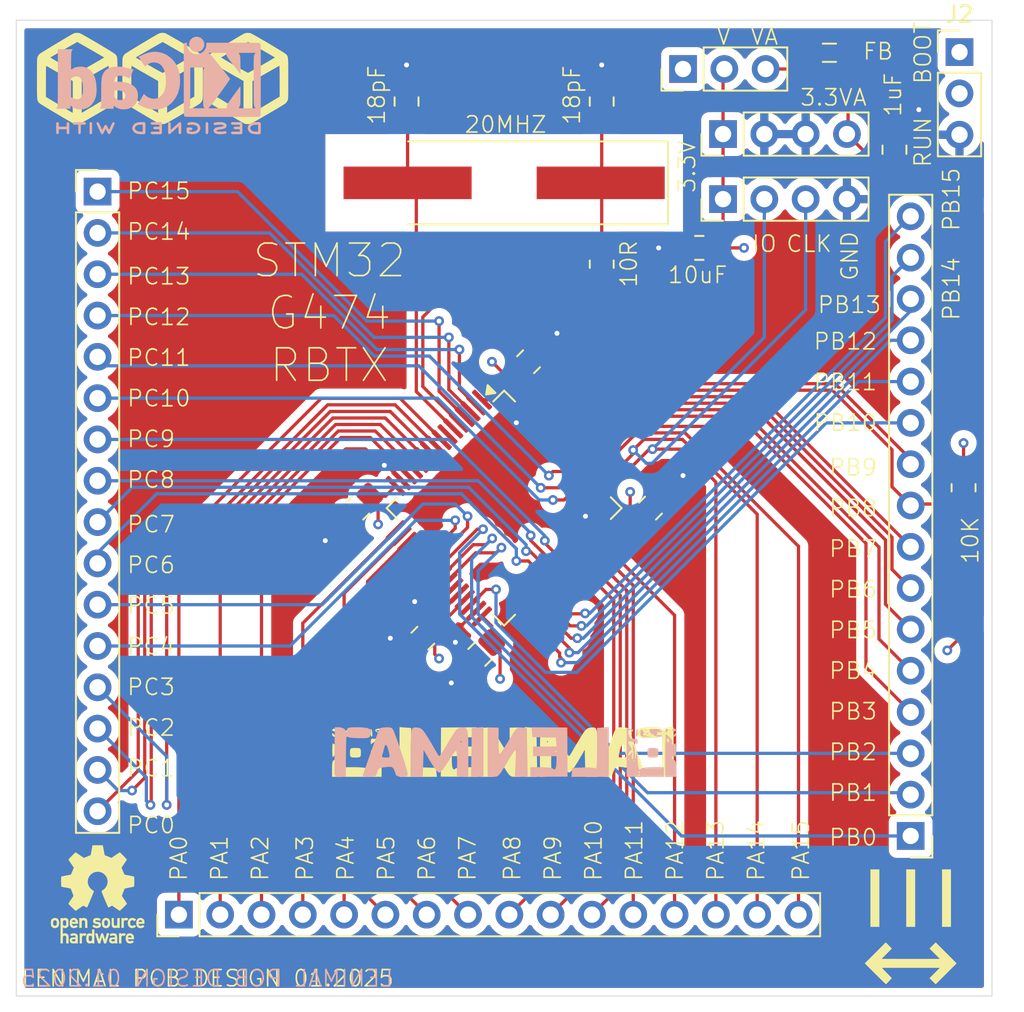
<source format=kicad_pcb>
(kicad_pcb (version 20241229) (generator "pcbnew") (generator_version "9.0")
  (layers (0 "F.Cu" signal) (4 "In1.Cu" signal) (6 "In2.Cu" signal) (2 "B.Cu" signal) (13 "F.Paste" user) (15 "B.Paste" user) (5 "F.SilkS" user "F.Silkscreen") (7 "B.SilkS" user "B.Silkscreen") (1 "F.Mask" user) (3 "B.Mask" user) (25 "Edge.Cuts" user))
  (net 0 "")
  (net 1 "+3.3V")
  (net 2 "GNDREF")
  (net 3 "+3.3VA")
  (net 4 "Net-(C9-Pad1)")
  (net 5 "/HSC_OUT")
  (net 6 "Net-(J7-Pin_3)")
  (net 7 "/SWD_IO")
  (net 8 "/SWD_CLK")
  (net 9 "Net-(J2-Pin_2)")
  (net 11 "/HSC_IN")
  (net 12 "/BOOT0")
  (net 13 "Net-(J5-Pin_10)")
  (net 14 "Net-(J5-Pin_14)")
  (net 15 "Net-(J3-Pin_8)")
  (net 16 "Net-(J3-Pin_6)")
  (net 17 "Net-(J4-Pin_7)")
  (net 18 "Net-(J3-Pin_11)")
  (net 19 "Net-(J3-Pin_10)")
  (net 20 "Net-(J4-Pin_5)")
  (net 21 "Net-(J5-Pin_16)")
  (net 22 "Net-(J3-Pin_7)")
  (net 23 "Net-(J5-Pin_7)")
  (net 24 "Net-(J3-Pin_16)")
  (net 25 "Net-(J4-Pin_10)")
  (net 26 "Net-(J3-Pin_2)")
  (net 27 "Net-(J5-Pin_12)")
  (net 28 "Net-(J5-Pin_4)")
  (net 29 "Net-(J3-Pin_15)")
  (net 30 "Net-(J3-Pin_14)")
  (net 31 "Net-(J4-Pin_2)")
  (net 32 "Net-(J4-Pin_3)")
  (net 33 "Net-(J4-Pin_6)")
  (net 34 "Net-(J5-Pin_15)")
  (net 35 "Net-(J3-Pin_12)")
  (net 36 "Net-(J4-Pin_1)")
  (net 37 "Net-(J3-Pin_3)")
  (net 38 "Net-(J5-Pin_5)")
  (net 39 "Net-(J3-Pin_9)")
  (net 40 "Net-(J5-Pin_2)")
  (net 42 "Net-(J3-Pin_4)")
  (net 43 "Net-(J4-Pin_11)")
  (net 44 "Net-(J5-Pin_1)")
  (net 45 "Net-(J4-Pin_13)")
  (net 46 "Net-(J4-Pin_4)")
  (net 47 "Net-(J4-Pin_9)")
  (net 48 "Net-(J5-Pin_11)")
  (net 49 "Net-(J5-Pin_6)")
  (net 50 "Net-(J5-Pin_13)")
  (net 51 "Net-(J3-Pin_1)")
  (net 52 "Net-(J5-Pin_3)")
  (net 53 "Net-(J5-Pin_8)")
  (net 54 "Net-(J4-Pin_8)")
  (net 55 "Net-(J4-Pin_16)")
  (net 57 "Net-(J4-Pin_12)")
  (net 58 "Net-(J3-Pin_13)")
  (net 59 "Net-(J3-Pin_5)")
  (footprint "Capacitor_SMD:C_0805_2012Metric_Pad1.18x1.45mm_HandSolder" (layer "F.Cu") (at 74 55 90)
    (property "Reference" "C11" (hide yes))
    (property "Value" "10pF")
  )
  (footprint "Connector_PinHeader_2.54mm:PinHeader_1x16_P2.54mm_Vertical" (layer "F.Cu") (at 60 105 90)
    (property "Reference" "J4" (hide yes))
    (property "Value" "Conn_01x16")
  )
  (footprint "Capacitor_SMD:C_0805_2012Metric_Pad1.18x1.45mm_HandSolder" (layer "F.Cu") (at 75 88 45)
    (property "Reference" "C6" (hide yes))
    (property "Value" "100nF")
  )
  (footprint "Connector_PinHeader_2.54mm:PinHeader_1x03_P2.54mm_Vertical" (layer "F.Cu") (at 91 53 90)
    (property "Reference" "J7" (hide yes))
    (property "Value" "V_VA_CONN")
  )
  (footprint "Connector_PinHeader_2.54mm:PinHeader_1x04_P2.54mm_Vertical" (layer "F.Cu") (at 93.46 61 90)
    (property "Reference" "J1" (hide yes))
    (property "Value" "SWD")
  )
  (footprint "synth-gfx:reverb" (layer "F.Cu") (at 53.75 53.5)
    (property "Reference" "G***")
    (property "Value" "LOGO" (hide yes))
  )
  (footprint "synth-gfx:reverb" (layer "F.Cu") (at 59 53.5)
    (property "Reference" "G***")
    (property "Value" "LOGO" (hide yes))
  )
  (footprint "Inductor_SMD:L_0805_2012Metric_Pad1.05x1.20mm_HandSolder" (layer "F.Cu") (at 100 52 180)
    (property "Reference" "FB" (hide yes))
    (property "Value" "120R")
  )
  (footprint "Capacitor_SMD:C_0805_2012Metric_Pad1.18x1.45mm_HandSolder" (layer "F.Cu") (at 86 55 90)
    (property "Reference" "C9" (hide yes))
    (property "Value" "10pF")
  )
  (footprint "Symbol:OSHW-Logo_5.7x6mm_SilkScreen" (layer "F.Cu") (at 55 103.75)
    (property "Reference" "REF**" (hide yes))
    (property "Value" "OSHW-Logo_5.7x6mm_SilkScreen" (hide yes))
  )
  (footprint "synth-gfx:spacing" (layer "F.Cu") (at 105 105.75)
    (property "Reference" "G***")
    (property "Value" "LOGO" (hide yes))
  )
  (footprint "Resistor_SMD:R_0805_2012Metric_Pad1.20x1.40mm_HandSolder" (layer "F.Cu") (at 108.25 78.75 -90)
    (property "Reference" "R3" (hide yes))
    (property "Value" "10K")
  )
  (footprint "Connector_PinHeader_2.54mm:PinHeader_1x16_P2.54mm_Vertical" (layer "F.Cu") (at 55 60.538819)
    (property "Reference" "J3" (hide yes))
    (property "Value" "Conn_01x16")
  )
  (footprint "Capacitor_SMD:C_0805_2012Metric_Pad1.18x1.45mm_HandSolder" (layer "F.Cu") (at 78.5 89 45)
    (property "Reference" "C2" (hide yes))
    (property "Value" "100nF")
  )
  (footprint "Synth:lenimal_logo_full" (layer "F.Cu") (at 80 95)
    (property "Reference" "G***" (hide yes))
    (property "Value" "LOGO" (hide yes))
  )
  (footprint "Connector_PinHeader_2.54mm:PinHeader_1x03_P2.54mm_Vertical" (layer "F.Cu") (at 108 51.96)
    (property "Reference" "J2")
    (property "Value" "BOOT_RUN")
  )
  (footprint "Resistor_SMD:R_0805_2012Metric_Pad1.20x1.40mm_HandSolder" (layer "F.Cu") (at 86 65 -90)
    (property "Reference" "R2" (hide yes))
    (property "Value" "10R")
  )
  (footprint "Capacitor_SMD:C_0805_2012Metric_Pad1.18x1.45mm_HandSolder" (layer "F.Cu") (at 71 80 45)
    (property "Reference" "C1" (hide yes))
    (property "Value" "100nF")
  )
  (footprint "Capacitor_SMD:C_0805_2012Metric_Pad1.18x1.45mm_HandSolder" (layer "F.Cu") (at 89 80 -135)
    (property "Reference" "C3" (hide yes))
    (property "Value" "100nF")
  )
  (footprint "Connector_PinHeader_2.54mm:PinHeader_1x16_P2.54mm_Vertical" (layer "F.Cu") (at 105 100.16 180)
    (property "Reference" "J5" (hide yes))
    (property "Value" "Conn_01x16")
  )
  (footprint "Capacitor_SMD:C_0805_2012Metric_Pad1.18x1.45mm_HandSolder" (layer "F.Cu") (at 104 57.9625 -90)
    (property "Reference" "C7" (hide yes))
    (property "Value" "1uF")
  )
  (footprint "Capacitor_SMD:C_0805_2012Metric_Pad1.18x1.45mm_HandSolder" (layer "F.Cu") (at 92 64)
    (property "Reference" "C5" (hide yes))
    (property "Value" "10uF")
  )
  (footprint "Connector_PinHeader_2.54mm:PinHeader_1x04_P2.54mm_Vertical" (layer "F.Cu") (at 93.46 57 90)
    (property "Reference" "J6" (hide yes))
    (property "Value" "POWER_HEADER")
  )
  (footprint "Package_QFP:LQFP-64_10x10mm_P0.5mm" (layer "F.Cu") (at 80 80 -45)
    (property "Reference" "U1" (hide yes))
    (property "Value" "STM32G474RBTx")
  )
  (footprint "Crystal:Crystal_SMD_HC49-SD_HandSoldering" (layer "F.Cu") (at 80 60 180)
    (property "Reference" "Y1" (hide yes))
    (property "Value" "20MHZ")
  )
  (footprint "synth-gfx:reverb" (layer "F.Cu") (at 64.25 53.5)
    (property "Reference" "G***")
    (property "Value" "LOGO" (hide yes))
  )
  (footprint "Capacitor_SMD:C_0805_2012Metric_Pad1.18x1.45mm_HandSolder" (layer "F.Cu") (at 81.5 71 -135)
    (property "Reference" "C4" (hide yes))
    (property "Value" "100nF")
  )
  (footprint "Symbol:KiCad-Logo2_5mm_SilkScreen" (layer "B.Cu") (at 58.75 54 180)
    (property "Reference" "REF**" (hide yes))
    (property "Value" "KiCad-Logo2_5mm_SilkScreen" (hide yes))
  )
  (footprint "Synth:lenimal_logo_full" (layer "B.Cu") (at 80 95 180)
    (property "Reference" "G***" (hide yes))
    (property "Value" "LOGO" (hide yes))
  )
  (gr_rect (start 50 50) (end 110 110) (stroke (width 0.05)) (fill no) (layer "Edge.Cuts"))
  (gr_text "V" (at 93.5 51 0) (layer "F.SilkS") (effects (font (size 1 1) (thickness 0.1))))
  (gr_text "PB4" (at 103 90 0) (layer "F.SilkS") (effects (font (size 1 1) (thickness 0.1)) (justify right)))
  (gr_text "PA7" (at 77.75 103 90) (layer "F.SilkS") (effects (font (size 1 1) (thickness 0.1)) (justify left)))
  (gr_text "PC15" (at 56.75 60.5 0) (layer "F.SilkS") (effects (font (size 1 1) (thickness 0.1)) (justify left)))
  (gr_text "FB" (at 102 52.5 0) (layer "F.SilkS") (effects (font (size 1 1) (thickness 0.1)) (justify left bottom)))
  (gr_text "PC5" (at 56.75 86 0) (layer "F.SilkS") (effects (font (size 1 1) (thickness 0.1)) (justify left)))
  (gr_text "PC0" (at 56.75 99.5 0) (layer "F.SilkS") (effects (font (size 1 1) (thickness 0.1)) (justify left)))
  (gr_text "PC6" (at 56.75 83.5 0) (layer "F.SilkS") (effects (font (size 1 1) (thickness 0.1)) (justify left)))
  (gr_text "PB1" (at 103 97.5 0) (layer "F.SilkS") (effects (font (size 1 1) (thickness 0.1)) (justify right)))
  (gr_text "PC1" (at 56.75 96 0) (layer "F.SilkS") (effects (font (size 1 1) (thickness 0.1)) (justify left)))
  (gr_text "20MHZ" (at 77.5 57 0) (layer "F.SilkS") (effects (font (size 1 1) (thickness 0.1)) (justify left bottom)))
  (gr_text "10K" (at 109.25 83.5 90) (layer "F.SilkS") (effects (font (size 1 1) (thickness 0.1)) (justify left bottom)))
  (gr_text "PC9" (at 56.75 75.75 0) (layer "F.SilkS") (effects (font (size 1 1) (thickness 0.1)) (justify left)))
  (gr_text "PB2" (at 103 95 0) (layer "F.SilkS") (effects (font (size 1 1) (thickness 0.1)) (justify right)))
  (gr_text "PB3" (at 103 92.5 0) (layer "F.SilkS") (effects (font (size 1 1) (thickness 0.1)) (justify right)))
  (gr_text "PA0" (at 60 103 90) (layer "F.SilkS") (effects (font (size 1 1) (thickness 0.1)) (justify left)))
  (gr_text "PC4" (at 56.75 88.5 0) (layer "F.SilkS") (effects (font (size 1 1) (thickness 0.1)) (justify left)))
  (gr_text "PB6" (at 103 85 0) (layer "F.SilkS") (effects (font (size 1 1) (thickness 0.1)) (justify right)))
  (gr_text "PC8" (at 56.75 78.25 0) (layer "F.SilkS") (effects (font (size 1 1) (thickness 0.1)) (justify left)))
  (gr_text "PB0" (at 103 100.25 0) (layer "F.SilkS") (effects (font (size 1 1) (thickness 0.1)) (justify right)))
  (gr_text "GND" (at 101.25 64.5 90) (layer "F.SilkS") (effects (font (size 1 1) (thickness 0.1))))
  (gr_text "PA9" (at 83 103 90) (layer "F.SilkS") (effects (font (size 1 1) (thickness 0.1)) (justify left)))
  (gr_text "PB8" (at 103 80 0) (layer "F.SilkS") (effects (font (size 1 1) (thickness 0.1)) (justify right)))
  (gr_text "PC10" (at 56.75 73.25 0) (layer "F.SilkS") (effects (font (size 1 1) (thickness 0.1)) (justify left)))
  (gr_text "1uF" (at 104.5 56 90) (layer "F.SilkS") (effects (font (size 1 1) (thickness 0.1)) (justify left bottom)))
  (gr_text "PC13" (at 56.75 65.75 0) (layer "F.SilkS") (effects (font (size 1 1) (thickness 0.1)) (justify left)))
  (gr_text "PA1" (at 62.5 103 90) (layer "F.SilkS") (effects (font (size 1 1) (thickness 0.1)) (justify left)))
  (gr_text "STM32\nG474\nRBTX" (at 69.25 68 0) (layer "F.SilkS") (effects (font (size 2 2) (thickness 0.1))))
  (gr_text "18pF" (at 84.75 56.5 90) (layer "F.SilkS") (effects (font (size 1 1) (thickness 0.1)) (justify left bottom)))
  (gr_text "VA" (at 96 51 0) (layer "F.SilkS") (effects (font (size 1 1) (thickness 0.1))))
  (gr_text "PC12" (at 56.75 68.25 0) (layer "F.SilkS") (effects (font (size 1 1) (thickness 0.1)) (justify left)))
  (gr_text "PA13" (at 93 103 90) (layer "F.SilkS") (effects (font (size 1 1) (thickness 0.1)) (justify left)))
  (gr_text "PA6" (at 75.25 103 90) (layer "F.SilkS") (effects (font (size 1 1) (thickness 0.1)) (justify left)))
  (gr_text "PA11" (at 88 103 90) (layer "F.SilkS") (effects (font (size 1 1) (thickness 0.1)) (justify left)))
  (gr_text "PA3" (at 67.75 103 90) (layer "F.SilkS") (effects (font (size 1 1) (thickness 0.1)) (justify left)))
  (gr_text "PC2" (at 56.75 93.5 0) (layer "F.SilkS") (effects (font (size 1 1) (thickness 0.1)) (justify left)))
  (gr_text "PB5" (at 103 87.5 0) (layer "F.SilkS") (effects (font (size 1 1) (thickness 0.1)) (justify right)))
  (gr_text "PB9" (at 103 77.5 0) (layer "F.SilkS") (effects (font (size 1 1) (thickness 0.1)) (justify right)))
  (gr_text "3.3V" (at 91.25 59 90) (layer "F.SilkS") (effects (font (size 1 1) (thickness 0.1))))
  (gr_text "PB11" (at 103 72.25 0) (layer "F.SilkS") (effects (font (size 1 1) (thickness 0.1)) (justify right)))
  (gr_text "BOOT" (at 105.75 52 90) (layer "F.SilkS") (effects (font (size 1 1) (thickness 0.1))))
  (gr_text "CLK" (at 98.75 63.75 0) (layer "F.SilkS") (effects (font (size 1 1) (thickness 0.1))))
  (gr_text "PC11" (at 56.75 70.75 0) (layer "F.SilkS") (effects (font (size 1 1) (thickness 0.1)) (justify left)))
  (gr_text "PA5" (at 72.75 103 90) (layer "F.SilkS") (effects (font (size 1 1) (thickness 0.1)) (justify left)))
  (gr_text "PB12" (at 103 69.75 0) (layer "F.SilkS") (effects (font (size 1 1) (thickness 0.1)) (justify right)))
  (gr_text "3.3VA" (at 100.25 54.75 0) (layer "F.SilkS") (effects (font (size 1 1) (thickness 0.1))))
  (gr_text "PA14" (at 95.5 103 90) (layer "F.SilkS") (effects (font (size 1 1) (thickness 0.1)) (justify left)))
  (gr_text "RUN" (at 105.75 57.5 90) (layer "F.SilkS") (effects (font (size 1 1) (thickness 0.1))))
  (gr_text "PC7" (at 56.75 81 0) (layer "F.SilkS") (effects (font (size 1 1) (thickness 0.1)) (justify left)))
  (gr_text "PA8" (at 80.5 103 90) (layer "F.SilkS") (effects (font (size 1 1) (thickness 0.1)) (justify left)))
  (gr_text "PB13" (at 103.25 67.5 0) (layer "F.SilkS") (effects (font (size 1 1) (thickness 0.1)) (justify right)))
  (gr_text "PA15" (at 98.25 103 90) (layer "F.SilkS") (effects (font (size 1 1) (thickness 0.1)) (justify left)))
  (gr_text "PB14" (at 107.5 64.5 90) (layer "F.SilkS") (effects (font (size 1 1) (thickness 0.1)) (justify right)))
  (gr_text "PC14" (at 56.75 63 0) (layer "F.SilkS") (effects (font (size 1 1) (thickness 0.1)) (justify left)))
  (gr_text "PB10" (at 103 74.75 0) (layer "F.SilkS") (effects (font (size 1 1) (thickness 0.1)) (justify right)))
  (gr_text "PA10" (at 85.5 103 90) (layer "F.SilkS") (effects (font (size 1 1) (thickness 0.1)) (justify left)))
  (gr_text "18pF" (at 72.75 56.5 90) (layer "F.SilkS") (effects (font (size 1 1) (thickness 0.1)) (justify left bottom)))
  (gr_text "PA2" (at 65 103 90) (layer "F.SilkS") (effects (font (size 1 1) (thickness 0.1)) (justify left)))
  (gr_text "PA12" (at 90.5 103 90) (layer "F.SilkS") (effects (font (size 1 1) (thickness 0.1)) (justify left)))
  (gr_text "10R" (at 88.25 66.5 90) (layer "F.SilkS") (effects (font (size 1 1) (thickness 0.1)) (justify left bottom)))
  (gr_text "PA4" (at 70.25 103 90) (layer "F.SilkS") (effects (font (size 1 1) (thickness 0.1)) (justify left)))
  (gr_text "PB7" (at 103 82.5 0) (layer "F.SilkS") (effects (font (size 1 1) (thickness 0.1)) (justify right)))
  (gr_text "IO" (at 96 63.75 0) (layer "F.SilkS") (effects (font (size 1 1) (thickness 0.1))))
  (gr_text "PB15" (at 107.5 59 90) (layer "F.SilkS") (effects (font (size 1 1) (thickness 0.1)) (justify right)))
  (gr_text "10uF" (at 90 66.25 0) (layer "F.SilkS") (effects (font (size 1 1) (thickness 0.1)) (justify left bottom)))
  (gr_text "LENIMAL PCB DESIGN 01.2025" (at 50.25 109.5 0) (layer "F.SilkS") (effects (font (size 1 1) (thickness 0.1)) (justify left bottom)))
  (gr_text "PC3" (at 56.75 91 0) (layer "F.SilkS") (effects (font (size 1 1) (thickness 0.1)) (justify left)))
  (gr_text "LENIMAL PCB DESIGN 01.2025" (at 73.25 109.5 -0) (layer "B.SilkS") (effects (font (size 1 1) (thickness 0.1)) (justify left bottom mirror)))
  (segment (start 79.983623 71.733623) (end 79.25 71) (width 0.2) (layer "F.Cu") (net 1))
  (segment (start 79.164481 73.335519) (end 78.638819 73.335519) (width 0.2) (layer "F.Cu") (net 1))
  (segment (start 93.46 61) (end 93.46 63.5775) (width 0.2) (layer "F.Cu") (net 1))
  (segment (start 93.46 57) (end 93.46 53.08) (width 0.2) (layer "F.Cu") (net 1))
  (segment (start 72.707961 79.266377) (end 73.335519 78.638819) (width 0.2) (layer "F.Cu") (net 1))
  (segment (start 93.0375 64) (end 94.75 64) (width 0.2) (layer "F.Cu") (net 1))
  (segment (start 80.766377 72.740715) (end 81.361181 73.335519) (width 0.2) (layer "F.Cu") (net 1))
  (segment (start 93.46 57) (end 93.46 61) (width 0.2) (layer "F.Cu") (net 1))
  (segment (start 88.266377 80.733623) (end 87.292039 80.733623) (width 0.2) (layer "F.Cu") (net 1))
  (segment (start 79.233623 87.259285) (end 78.638819 86.664481) (width 0.2) (layer "F.Cu") (net 1))
  (segment (start 79.75 88.782754) (end 79.233623 88.266377) (width 0.2) (layer "F.Cu") (net 1))
  (segment (start 72.25 79.782754) (end 71.733623 79.266377) (width 0.2) (layer "F.Cu") (net 1))
  (segment (start 72.25 81) (end 72.25 79.782754) (width 0.2) (layer "F.Cu") (net 1))
  (segment (start 71.733623 79.266377) (end 72.707961 79.266377) (width 0.2) (layer "F.Cu") (net 1))
  (segment (start 93.46 53.08) (end 93.54 53) (width 0.2) (layer "F.Cu") (net 1))
  (segment (start 79.75 90.5) (end 79.75 88.782754) (width 0.2) (layer "F.Cu") (net 1))
  (segment (start 87.75 79) (end 87.75 80.217246) (width 0.2) (layer "F.Cu") (net 1))
  (segment (start 80.766377 71.733623) (end 79.164481 73.335519) (width 0.2) (layer "F.Cu") (net 1))
  (segment (start 80.766377 71.733623) (end 79.983623 71.733623) (width 0.2) (layer "F.Cu") (net 1))
  (segment (start 80.766377 71.733623) (end 80.766377 72.740715) (width 0.2) (layer "F.Cu") (net 1))
  (segment (start 93.46 63.5775) (end 93.0375 64) (width 0.2) (layer "F.Cu") (net 1))
  (segment (start 87.292039 80.733623) (end 86.664481 81.361181) (width 0.2) (layer "F.Cu") (net 1))
  (segment (start 79.233623 88.266377) (end 79.233623 87.259285) (width 0.2) (layer "F.Cu") (net 1))
  (segment (start 87.75 80.217246) (end 88.266377 80.733623) (width 0.2) (layer "F.Cu") (net 1))
  (via (at 79.25 71) (size 0.6) (drill 0.3) (layers "F.Cu" "B.Cu") (net 1))
  (via (at 79.75 90.5) (size 0.6) (drill 0.3) (layers "F.Cu" "B.Cu") (net 1))
  (via (at 94.75 64) (size 0.6) (drill 0.3) (layers "F.Cu" "B.Cu") (net 1))
  (via (at 72.25 81) (size 0.6) (drill 0.3) (layers "F.Cu" "B.Cu") (net 1))
  (via (at 87.75 79) (size 0.6) (drill 0.3) (layers "F.Cu" "B.Cu") (net 1))
  (segment (start 85 80.5) (end 85.096194 80.5) (width 0.2) (layer "F.Cu") (net 2))
  (segment (start 85.096194 80.5) (end 86.310928 81.714734) (width 0.2) (layer "F.Cu") (net 2))
  (segment (start 74.75 86) (end 75.767766 86) (width 0.2) (layer "F.Cu") (net 2))
  (segment (start 77 87.596194) (end 78.285266 86.310928) (width 0.2) (layer "F.Cu") (net 2))
  (segment (start 75.767766 86) (end 76.871052 84.896714) (width 0.2) (layer "F.Cu") (net 2))
  (segment (start 80.75 74.653806) (end 80.75 74.75) (width 0.2) (layer "F.Cu") (net 2))
  (segment (start 73.689072 78.285266) (end 72.772615 77.368809) (width 0.2) (layer "F.Cu") (net 2))
  (segment (start 77 88.25) (end 77 87.596194) (width 0.2) (layer "F.Cu") (net 2))
  (segment (start 74.5 85.75) (end 74.75 86) (width 0.2) (layer "F.Cu") (net 2))
  (segment (start 72.772615 77.368809) (end 72.631191 77.368809) (width 0.2) (layer "F.Cu") (net 2))
  (segment (start 81.714734 73.689072) (end 80.75 74.653806) (width 0.2) (layer "F.Cu") (net 2))
  (via (at 69 82) (size 0.6) (drill 0.3) (layers "F.Cu" "B.Cu") (net 2))
  (via (at 72.631191 77.368809) (size 0.6) (drill 0.3) (layers "F.Cu" "B.Cu") (net 2))
  (via (at 80.75 74.75) (size 0.6) (drill 0.3) (layers "F.Cu" "B.Cu") (net 2))
  (via (at 86 52.75) (size 0.6) (drill 0.3) (layers "F.Cu" "B.Cu") (net 2))
  (via (at 85 80.5) (size 0.6) (drill 0.3) (layers "F.Cu" "B.Cu") (net 2))
  (via (at 89.5 64) (size 0.6) (drill 0.3) (layers "F.Cu" "B.Cu") (net 2))
  (via (at 76.75 90.75) (size 0.6) (drill 0.3) (layers "F.Cu" "B.Cu") (net 2))
  (via (at 74 52.75) (size 0.6) (drill 0.3) (layers "F.Cu" "B.Cu") (net 2))
  (via (at 77 88.25) (size 0.6) (drill 0.3) (layers "F.Cu" "B.Cu") (net 2))
  (via (at 83.25 69.25) (size 0.6) (drill 0.3) (layers "F.Cu" "B.Cu") (net 2))
  (via (at 74.5 85.75) (size 0.6) (drill 0.3) (layers "F.Cu" "B.Cu") (net 2))
  (via (at 73 88) (size 0.6) (drill 0.3) (layers "F.Cu" "B.Cu") (net 2))
  (via (at 105.5 55.5) (size 0.6) (drill 0.3) (layers "F.Cu" "B.Cu") (net 2))
  (via (at 91 78) (size 0.6) (drill 0.3) (layers "F.Cu" "B.Cu") (net 2))
  (segment (start 77.224606 85.250268) (end 77.224606 85.275394) (width 0.2) (layer "F.Cu") (net 3))
  (segment (start 101.08 57) (end 103.08 59) (width 0.2) (layer "F.Cu") (net 3))
  (segment (start 109.4 61.9) (end 106.5 59) (width 0.2) (layer "F.Cu") (net 3))
  (segment (start 76 89.25) (end 75.733623 88.983623) (width 0.2) (layer "F.Cu") (net 3))
  (segment (start 101.15 56.93) (end 101.08 57) (width 0.2) (layer "F.Cu") (net 3))
  (segment (start 75.983623 87.266377) (end 75.733623 87.266377) (width 0.2) (layer "F.Cu") (net 3))
  (segment (start 77.578159 85.671841) (end 75.983623 87.266377) (width 0.2) (layer "F.Cu") (net 3))
  (segment (start 75.733623 86.766377) (end 75.733623 87.266377) (width 0.2) (layer "F.Cu") (net 3))
  (segment (start 106.5 59) (end 104 59) (width 0.2) (layer "F.Cu") (net 3))
  (segment (start 109.4 86.6) (end 109.4 61.9) (width 0.2) (layer "F.Cu") (net 3))
  (segment (start 77.224606 85.275394) (end 75.733623 86.766377) (width 0.2) (layer "F.Cu") (net 3))
  (segment (start 107.25 88.75) (end 109.4 86.6) (width 0.2) (layer "F.Cu") (net 3))
  (segment (start 75.733623 88.983623) (end 75.733623 87.266377) (width 0.2) (layer "F.Cu") (net 3))
  (segment (start 103.08 59) (end 104 59) (width 0.2) (layer "F.Cu") (net 3))
  (segment (start 77.578159 85.603821) (end 77.578159 85.671841) (width 0.2) (layer "F.Cu") (net 3))
  (segment (start 101.15 52) (end 101.15 56.93) (width 0.2) (layer "F.Cu") (net 3))
  (via (at 76 89.25) (size 0.6) (drill 0.3) (layers "F.Cu" "B.Cu") (net 3))
  (via (at 107.25 88.75) (size 0.6) (drill 0.3) (layers "F.Cu" "B.Cu") (net 3))
  (segment (start 86 64) (end 86 60.0625) (width 0.2) (layer "F.Cu") (net 4))
  (segment (start 86 56.0375) (end 86 59.9375) (width 0.2) (layer "F.Cu") (net 4))
  (segment (start 86 60.0625) (end 85.9375 60) (width 0.2) (layer "F.Cu") (net 4))
  (segment (start 86 59.9375) (end 85.9375 60) (width 0.2) (layer "F.Cu") (net 4))
  (segment (start 74.0625 56.1) (end 74 56.0375) (width 0.2) (layer "F.Cu") (net 5))
  (segment (start 74.0625 60) (end 74.0625 56.1) (width 0.2) (layer "F.Cu") (net 5))
  (segment (start 74.6 72.832234) (end 74.6 60.5375) (width 0.2) (layer "F.Cu") (net 5))
  (segment (start 76.871052 75.103286) (end 74.6 72.832234) (width 0.2) (layer "F.Cu") (net 5))
  (segment (start 74.6 60.5375) (end 74.0625 60) (width 0.2) (layer "F.Cu") (net 5))
  (segment (start 96.08 53) (end 97.85 53) (width 0.2) (layer "F.Cu") (net 6))
  (segment (start 97.85 53) (end 98.85 52) (width 0.2) (layer "F.Cu") (net 6))
  (segment (start 88.9283 76.375) (end 86.664481 78.638819) (width 0.2) (layer "F.Cu") (net 7))
  (segment (start 93.02 78.401372) (end 93.02 105) (width 0.2) (layer "F.Cu") (net 7))
  (segment (start 90.993628 76.375) (end 93.02 78.401372) (width 0.2) (layer "F.Cu") (net 7))
  (segment (start 89.125 76.375) (end 90.993628 76.375) (width 0.2) (layer "F.Cu") (net 7))
  (segment (start 89.125 76.375) (end 88.9283 76.375) (width 0.2) (layer "F.Cu") (net 7))
  (via (at 89.125 76.375) (size 0.6) (drill 0.3) (layers "F.Cu" "B.Cu") (net 7))
  (segment (start 89.125 76.375) (end 96 69.5) (width 0.2) (layer "B.Cu") (net 7))
  (segment (start 96 69.5) (end 96 61) (width 0.2) (layer "B.Cu") (net 7))
  (segment (start 87.934313 76.661881) (end 86.310928 78.285266) (width 0.2) (layer "F.Cu") (net 8))
  (segment (start 87.934313 76.434313) (end 87.934313 76.661881) (width 0.2) (layer "F.Cu") (net 8))
  (segment (start 90.959314 75.775) (end 95.56 80.375686) (width 0.2) (layer "F.Cu") (net 8))
  (segment (start 88.593626 75.775) (end 90.959314 75.775) (width 0.2) (layer "F.Cu") (net 8))
  (segment (start 95.56 80.375686) (end 95.56 105) (width 0.2) (layer "F.Cu") (net 8))
  (segment (start 87.934313 76.434313) (end 88.593626 75.775) (width 0.2) (layer "F.Cu") (net 8))
  (via (at 87.934313 76.434313) (size 0.6) (drill 0.3) (layers "F.Cu" "B.Cu") (net 8))
  (segment (start 89.098529 77.25) (end 98.54 67.808529) (width 0.2) (layer "B.Cu") (net 8))
  (segment (start 87.934313 76.434313) (end 88.75 77.25) (width 0.2) (layer "B.Cu") (net 8))
  (segment (start 88.75 77.25) (end 89.098529 77.25) (width 0.2) (layer "B.Cu") (net 8))
  (segment (start 98.54 67.808529) (end 98.54 61) (width 0.2) (layer "B.Cu") (net 8))
  (segment (start 108.25 77.75) (end 108.25 76) (width 0.2) (layer "F.Cu") (net 9))
  (via (at 108.25 76) (size 0.6) (drill 0.3) (layers "F.Cu" "B.Cu") (net 9))
  (segment (start 75 68.25) (end 75 72.525126) (width 0.2) (layer "F.Cu") (net 11))
  (segment (start 86 66) (end 77.25 66) (width 0.2) (layer "F.Cu") (net 11))
  (segment (start 77.25 66) (end 75 68.25) (width 0.2) (layer "F.Cu") (net 11))
  (segment (start 75 72.525126) (end 77.224606 74.749732) (width 0.2) (layer "F.Cu") (net 11))
  (segment (start 103.85 76.415686) (end 103.85 78.69) (width 0.2) (layer "F.Cu") (net 12))
  (segment (start 84.06802 72.75) (end 100.184314 72.75) (width 0.2) (layer "F.Cu") (net 12))
  (segment (start 100.184314 72.75) (end 103.85 76.415686) (width 0.2) (layer "F.Cu") (net 12))
  (segment (start 108.25 79.75) (end 105.09 79.75) (width 0.2) (layer "F.Cu") (net 12))
  (segment (start 105.09 79.75) (end 105 79.84) (width 0.2) (layer "F.Cu") (net 12))
  (segment (start 82.421841 74.396179) (end 84.06802 72.75) (width 0.2) (layer "F.Cu") (net 12))
  (segment (start 103.85 78.69) (end 105 79.84) (width 0.2) (layer "F.Cu") (net 12))
  (segment (start 83.760912 72.35) (end 100.35 72.35) (width 0.2) (layer "F.Cu") (net 13))
  (segment (start 82.068287 74.042625) (end 83.760912 72.35) (width 0.2) (layer "F.Cu") (net 13))
  (segment (start 100.35 72.35) (end 105 77) (width 0.2) (layer "F.Cu") (net 13))
  (segment (start 105 77) (end 105 77.3) (width 0.2) (layer "F.Cu") (net 13))
  (segment (start 84.5 88) (end 84.110912 88) (width 0.2) (layer "F.Cu") (net 14))
  (segment (start 84.110912 88) (end 82.068287 85.957375) (width 0.2) (layer "F.Cu") (net 14))
  (via (at 84.5 88) (size 0.6) (drill 0.3) (layers "F.Cu" "B.Cu") (net 14))
  (segment (start 84.868628 88) (end 105 67.868628) (width 0.2) (layer "B.Cu") (net 14))
  (segment (start 105 67.868628) (end 105 67.14) (width 0.2) (layer "B.Cu") (net 14))
  (segment (start 84.5 88) (end 84.868628 88) (width 0.2) (layer "B.Cu") (net 14))
  (segment (start 81.631074 81.684014) (end 81.631074 81.984628) (width 0.2) (layer "F.Cu") (net 15))
  (segment (start 81.631074 81.984628) (end 83.836054 84.189608) (width 0.2) (layer "F.Cu") (net 15))
  (via (at 81.631074 81.684014) (size 0.6) (drill 0.3) (layers "F.Cu" "B.Cu") (net 15))
  (segment (start 78.406728 78.318819) (end 55 78.318819) (width 0.2) (layer "B.Cu") (net 15))
  (segment (start 81.631074 81.543165) (end 78.406728 78.318819) (width 0.2) (layer "B.Cu") (net 15))
  (segment (start 81.631074 81.684014) (end 81.631074 81.543165) (width 0.2) (layer "B.Cu") (net 15))
  (segment (start 83.68198 79.5) (end 85.603821 77.578159) (width 0.2) (layer "F.Cu") (net 16))
  (segment (start 83 79.5) (end 83.68198 79.5) (width 0.2) (layer "F.Cu") (net 16))
  (via (at 83 79.5) (size 0.6) (drill 0.3) (layers "F.Cu" "B.Cu") (net 16))
  (segment (start 82.151471 79.5) (end 83 79.5) (width 0.2) (layer "B.Cu") (net 16))
  (segment (start 75.89029 73.238819) (end 82.151471 79.5) (width 0.2) (layer "B.Cu") (net 16))
  (segment (start 55 73.238819) (end 75.89029 73.238819) (width 0.2) (layer "B.Cu") (net 16))
  (segment (start 72 84.81802) (end 72 101.76) (width 0.2) (layer "F.Cu") (net 17))
  (segment (start 72 101.76) (end 75.24 105) (width 0.2) (layer "F.Cu") (net 17))
  (segment (start 74.396179 82.421841) (end 72 84.81802) (width 0.2) (layer "F.Cu") (net 17))
  (segment (start 77.75 80.5) (end 77.75 81.18934) (width 0.2) (layer "F.Cu") (net 18))
  (segment (start 77.75 81.18934) (end 75.456839 83.482501) (width 0.2) (layer "F.Cu") (net 18))
  (via (at 77.75 80.5) (size 0.6) (drill 0.3) (layers "F.Cu" "B.Cu") (net 18))
  (segment (start 77 79.75) (end 75 79.75) (width 0.2) (layer "B.Cu") (net 18))
  (segment (start 75 79.75) (end 68.811181 85.938819) (width 0.2) (layer "B.Cu") (net 18))
  (segment (start 68.811181 85.938819) (end 55 85.938819) (width 0.2) (layer "B.Cu") (net 18))
  (segment (start 77.75 80.5) (end 77 79.75) (width 0.2) (layer "B.Cu") (net 18))
  (segment (start 81.482234 83.25) (end 83.128948 84.896714) (width 0.2) (layer "F.Cu") (net 19))
  (segment (start 80.75 83.25) (end 81.482234 83.25) (width 0.2) (layer "F.Cu") (net 19))
  (via (at 80.75 83.25) (size 0.6) (drill 0.3) (layers "F.Cu" "B.Cu") (net 19))
  (segment (start 77.368819 79.118819) (end 58.631181 79.118819) (width 0.2) (layer "B.Cu") (net 19))
  (segment (start 80.75 82.5) (end 77.368819 79.118819) (width 0.2) (layer "B.Cu") (net 19))
  (segment (start 55 82.75) (end 55 83.398819) (width 0.2) (layer "B.Cu") (net 19))
  (segment (start 58.631181 79.118819) (end 55 82.75) (width 0.2) (layer "B.Cu") (net 19))
  (segment (start 80.75 83.25) (end 80.75 82.5) (width 0.2) (layer "B.Cu") (net 19))
  (segment (start 70.16 85.243806) (end 70.16 105) (width 0.2) (layer "F.Cu") (net 20))
  (segment (start 73.689072 81.714734) (end 70.16 85.243806) (width 0.2) (layer "F.Cu") (net 20))
  (segment (start 82.775394 85.250268) (end 84.025126 86.5) (width 0.2) (layer "F.Cu") (net 21))
  (segment (start 84.951749 86.5) (end 84.978312 86.473437) (width 0.2) (layer "F.Cu") (net 21))
  (segment (start 84.025126 86.5) (end 84.951749 86.5) (width 0.2) (layer "F.Cu") (net 21))
  (via (at 84.978312 86.473437) (size 0.6) (drill 0.3) (layers "F.Cu" "B.Cu") (net 21))
  (segment (start 103.45 68.287256) (end 103.45 63.61) (width 0.2) (layer "B.Cu") (net 21))
  (segment (start 103.45 63.61) (end 105 62.06) (width 0.2) (layer "B.Cu") (net 21))
  (segment (start 85.263819 86.473437) (end 103.45 68.287256) (width 0.2) (layer "B.Cu") (net 21))
  (segment (start 84.978312 86.473437) (end 85.263819 86.473437) (width 0.2) (layer "B.Cu") (net 21))
  (segment (start 82.5 82.146446) (end 82.5 82) (width 0.2) (layer "F.Cu") (net 22))
  (segment (start 84.189608 83.836054) (end 82.5 82.146446) (width 0.2) (layer "F.Cu") (net 22))
  (via (at 82.5 82) (size 0.6) (drill 0.3) (layers "F.Cu" "B.Cu") (net 22))
  (segment (start 82.5 81.704411) (end 76.574408 75.778819) (width 0.2) (layer "B.Cu") (net 22))
  (segment (start 76.574408 75.778819) (end 55 75.778819) (width 0.2) (layer "B.Cu") (net 22))
  (segment (start 82.5 82) (end 82.5 81.704411) (width 0.2) (layer "B.Cu") (net 22))
  (segment (start 83.128948 75.103286) (end 84.682234 73.55) (width 0.2) (layer "F.Cu") (net 23))
  (segment (start 84.682234 73.55) (end 95.604314 73.55) (width 0.2) (layer "F.Cu") (net 23))
  (segment (start 103.85 81.795686) (end 103.85 83.77) (width 0.2) (layer "F.Cu") (net 23))
  (segment (start 95.604314 73.55) (end 103.85 81.795686) (width 0.2) (layer "F.Cu") (net 23))
  (segment (start 103.85 83.77) (end 105 84.92) (width 0.2) (layer "F.Cu") (net 23))
  (segment (start 73.603554 73.25) (end 76.163946 75.810392) (width 0.2) (layer "F.Cu") (net 24))
  (segment (start 55 98.638819) (end 57.5 96.138819) (width 0.2) (layer "F.Cu") (net 24))
  (segment (start 57.5 96.138819) (end 57.5 84.5) (width 0.2) (layer "F.Cu") (net 24))
  (segment (start 57.5 84.5) (end 68.75 73.25) (width 0.2) (layer "F.Cu") (net 24))
  (segment (start 68.75 73.25) (end 73.603554 73.25) (width 0.2) (layer "F.Cu") (net 24))
  (segment (start 87.14 100.72) (end 87.14 85.372234) (width 0.2) (layer "F.Cu") (net 25))
  (segment (start 82.86 105) (end 87.14 100.72) (width 0.2) (layer "F.Cu") (net 25))
  (segment (start 87.14 85.372234) (end 84.896714 83.128948) (width 0.2) (layer "F.Cu") (net 25))
  (segment (start 77.931713 74.042625) (end 76.6 72.710912) (width 0.2) (layer "F.Cu") (net 26))
  (segment (start 76.6 72.710912) (end 76.6 69.5) (width 0.2) (layer "F.Cu") (net 26))
  (via (at 76.6 69.5) (size 0.6) (drill 0.3) (layers "F.Cu" "B.Cu") (net 26))
  (segment (start 65.578819 63.078819) (end 55 63.078819) (width 0.2) (layer "B.Cu") (net 26))
  (segment (start 76.6 69.5) (end 72 69.5) (width 0.2) (layer "B.Cu") (net 26))
  (segment (start 72 69.5) (end 65.578819 63.078819) (width 0.2) (layer "B.Cu") (net 26))
  (segment (start 83.412149 88.912149) (end 83.412149 89.13395) (width 0.2) (layer "F.Cu") (net 27))
  (segment (start 83.412149 89.13395) (end 83.5 89.221801) (width 0.2) (layer "F.Cu") (net 27))
  (segment (start 81.361181 86.664481) (end 81.361181 86.861181) (width 0.2) (layer "F.Cu") (net 27))
  (segment (start 83.5 89.221801) (end 83.5 89.5) (width 0.2) (layer "F.Cu") (net 27))
  (segment (start 81.361181 86.861181) (end 83.412149 88.912149) (width 0.2) (layer "F.Cu") (net 27))
  (via (at 83.5 89.5) (size 0.6) (drill 0.3) (layers "F.Cu" "B.Cu") (net 27))
  (segment (start 84.5 89.5) (end 101.78 72.22) (width 0.2) (layer "B.Cu") (net 27))
  (segment (start 83.5 89.5) (end 84.5 89.5) (width 0.2) (layer "B.Cu") (net 27))
  (segment (start 101.78 72.22) (end 105 72.22) (width 0.2) (layer "B.Cu") (net 27))
  (segment (start 95.059314 74.975) (end 102.25 82.165686) (width 0.2) (layer "F.Cu") (net 28))
  (segment (start 84.189608 76.163946) (end 85.378554 74.975) (width 0.2) (layer "F.Cu") (net 28))
  (segment (start 102.25 89.79) (end 105 92.54) (width 0.2) (layer "F.Cu") (net 28))
  (segment (start 102.25 82.165686) (end 102.25 89.79) (width 0.2) (layer "F.Cu") (net 28))
  (segment (start 85.378554 74.975) (end 95.059314 74.975) (width 0.2) (layer "F.Cu") (net 28))
  (segment (start 57.9 96.587348) (end 57.9 84.9) (width 0.2) (layer "F.Cu") (net 29))
  (segment (start 73.296446 73.65) (end 75.810392 76.163946) (width 0.2) (layer "F.Cu") (net 29))
  (segment (start 57.118674 97.368674) (end 57.9 96.587348) (width 0.2) (layer "F.Cu") (net 29))
  (segment (start 57.9 84.9) (end 69.15 73.65) (width 0.2) (layer "F.Cu") (net 29))
  (segment (start 69.15 73.65) (end 73.296446 73.65) (width 0.2) (layer "F.Cu") (net 29))
  (via (at 57.118674 97.368674) (size 0.6) (drill 0.3) (layers "F.Cu" "B.Cu") (net 29))
  (segment (start 56.269855 97.368674) (end 55 96.098819) (width 0.2) (layer "B.Cu") (net 29))
  (segment (start 57.118674 97.368674) (end 56.269855 97.368674) (width 0.2) (layer "B.Cu") (net 29))
  (segment (start 58.3 98.2) (end 58.3 85.065686) (width 0.2) (layer "F.Cu") (net 30))
  (segment (start 58.3 85.065686) (end 69.307843 74.057843) (width 0.2) (layer "F.Cu") (net 30))
  (segment (start 72.997183 74.057843) (end 75.456839 76.517499) (width 0.2) (layer "F.Cu") (net 30))
  (segment (start 58.25 98.25) (end 58.3 98.2) (width 0.2) (layer "F.Cu") (net 30))
  (segment (start 69.307843 74.057843) (end 72.997183 74.057843) (width 0.2) (layer "F.Cu") (net 30))
  (via (at 58.25 98.25) (size 0.6) (drill 0.3) (layers "F.Cu" "B.Cu") (net 30))
  (segment (start 58.25 98.25) (end 58 98) (width 0.2) (layer "B.Cu") (net 30))
  (segment (start 58 96.558819) (end 55 93.558819) (width 0.2) (layer "B.Cu") (net 30))
  (segment (start 58 98) (end 58 96.558819) (width 0.2) (layer "B.Cu") (net 30))
  (segment (start 62.54 82.522744) (end 69.804901 75.257843) (width 0.2) (layer "F.Cu") (net 31))
  (segment (start 62.54 105) (end 62.54 82.522744) (width 0.2) (layer "F.Cu") (net 31))
  (segment (start 69.804901 75.257843) (end 72.075863 75.257843) (width 0.2) (layer "F.Cu") (net 31))
  (segment (start 72.075863 75.257843) (end 74.396179 77.578159) (width 0.2) (layer "F.Cu") (net 31))
  (segment (start 71.768755 75.657843) (end 69.970587 75.657843) (width 0.2) (layer "F.Cu") (net 32))
  (segment (start 65.08 80.54843) (end 65.08 105) (width 0.2) (layer "F.Cu") (net 32))
  (segment (start 69.970587 75.657843) (end 65.08 80.54843) (width 0.2) (layer "F.Cu") (net 32))
  (segment (start 74.042625 77.931713) (end 71.768755 75.657843) (width 0.2) (layer "F.Cu") (net 32))
  (segment (start 71.6 103.9) (end 71.6 84.510912) (width 0.2) (layer "F.Cu") (net 33))
  (segment (start 72.7 105) (end 71.6 103.9) (width 0.2) (layer "F.Cu") (net 33))
  (segment (start 71.6 84.510912) (end 74.042625 82.068287) (width 0.2) (layer "F.Cu") (net 33))
  (segment (start 82.421841 85.603821) (end 84.059071 87.241051) (width 0.2) (layer "F.Cu") (net 34))
  (segment (start 84.059071 87.241051) (end 84.752983 87.241051) (width 0.2) (layer "F.Cu") (net 34))
  (via (at 84.752983 87.241051) (size 0.6) (drill 0.3) (layers "F.Cu" "B.Cu") (net 34))
  (segment (start 103.85 65.75) (end 105 64.6) (width 0.2) (layer "B.Cu") (net 34))
  (segment (start 103.85 68.452942) (end 103.85 65.75) (width 0.2) (layer "B.Cu") (net 34))
  (segment (start 85.061891 87.241051) (end 103.85 68.452942) (width 0.2) (layer "B.Cu") (net 34))
  (segment (start 84.752983 87.241051) (end 85.061891 87.241051) (width 0.2) (layer "B.Cu") (net 34))
  (segment (start 76.991051 80.752983) (end 76.991051 81.241183) (width 0.2) (layer "F.Cu") (net 35))
  (segment (start 76.991051 81.241183) (end 75.103286 83.128948) (width 0.2) (layer "F.Cu") (net 35))
  (via (at 76.991051 80.752983) (size 0.6) (drill 0.3) (layers "F.Cu" "B.Cu") (net 35))
  (segment (start 76.991051 80.752983) (end 74.562703 80.752983) (width 0.2) (layer "B.Cu") (net 35))
  (segment (start 66.836867 88.478819) (end 55 88.478819) (width 0.2) (layer "B.Cu") (net 35))
  (segment (start 74.562703 80.752983) (end 66.836867 88.478819) (width 0.2) (layer "B.Cu") (net 35))
  (segment (start 69.639215 74.857843) (end 72.382969 74.857843) (width 0.2) (layer "F.Cu") (net 36))
  (segment (start 60 105) (end 60 84.497058) (width 0.2) (layer "F.Cu") (net 36))
  (segment (start 72.382969 74.857843) (end 74.749732 77.224606) (width 0.2) (layer "F.Cu") (net 36))
  (segment (start 60 84.497058) (end 69.639215 74.857843) (width 0.2) (layer "F.Cu") (net 36))
  (segment (start 77.25 72.653806) (end 77.25 70.25) (width 0.2) (layer "F.Cu") (net 37))
  (segment (start 78.285266 73.689072) (end 77.25 72.653806) (width 0.2) (layer "F.Cu") (net 37))
  (via (at 77.25 70.25) (size 0.6) (drill 0.3) (layers "F.Cu" "B.Cu") (net 37))
  (segment (start 77.25 70.25) (end 72.184314 70.25) (width 0.2) (layer "B.Cu") (net 37))
  (segment (start 72.184314 70.25) (end 67.553133 65.618819) (width 0.2) (layer "B.Cu") (net 37))
  (segment (start 67.553133 65.618819) (end 55 65.618819) (width 0.2) (layer "B.Cu") (net 37))
  (segment (start 95 74.35) (end 103.05 82.4) (width 0.2) (layer "F.Cu") (net 38))
  (segment (start 103.05 82.4) (end 103.05 88.05) (width 0.2) (layer "F.Cu") (net 38))
  (segment (start 103.05 88.05) (end 105 90) (width 0.2) (layer "F.Cu") (net 38))
  (segment (start 85.296446 74.35) (end 95 74.35) (width 0.2) (layer "F.Cu") (net 38))
  (segment (start 83.836054 75.810392) (end 85.296446 74.35) (width 0.2) (layer "F.Cu") (net 38))
  (segment (start 81.35 82.65) (end 81.58934 82.65) (width 0.2) (layer "F.Cu") (net 39))
  (segment (start 81.58934 82.65) (end 83.482501 84.543161) (width 0.2) (layer "F.Cu") (net 39))
  (via (at 81.35 82.65) (size 0.6) (drill 0.3) (layers "F.Cu" "B.Cu") (net 39))
  (segment (start 77.817349 78.718819) (end 57.14 78.718819) (width 0.2) (layer "B.Cu") (net 39))
  (segment (start 57.14 78.718819) (end 55 80.858819) (width 0.2) (layer "B.Cu") (net 39))
  (segment (start 81.35 82.65) (end 81.35 82.25147) (width 0.2) (layer "B.Cu") (net 39))
  (segment (start 81.35 82.25147) (end 77.817349 78.718819) (width 0.2) (layer "B.Cu") (net 39))
  (segment (start 78.881374 82.25) (end 79.266422 81.864952) (width 0.2) (layer "F.Cu") (net 40))
  (segment (start 76.163946 84.189608) (end 78.103554 82.25) (width 0.2) (layer "F.Cu") (net 40))
  (segment (start 78.103554 82.25) (end 78.881374 82.25) (width 0.2) (layer "F.Cu") (net 40))
  (via (at 79.266422 81.864952) (size 0.6) (drill 0.3) (layers "F.Cu" "B.Cu") (net 40))
  (segment (start 79.266422 81.864952) (end 78 83.131374) (width 0.2) (layer "B.Cu") (net 40))
  (segment (start 104.88 97.5) (end 105 97.62) (width 0.2) (layer "B.Cu") (net 40))
  (segment (start 78 83.131374) (end 78 86.684314) (width 0.2) (layer "B.Cu") (net 40))
  (segment (start 78 86.684314) (end 88.815686 97.5) (width 0.2) (layer "B.Cu") (net 40))
  (segment (start 88.815686 97.5) (end 104.88 97.5) (width 0.2) (layer "B.Cu") (net 40))
  (segment (start 84.017766 77.75) (end 84.896714 76.871052) (width 0.2) (layer "F.Cu") (net 42))
  (segment (start 82.75 78) (end 83 77.75) (width 0.2) (layer "F.Cu") (net 42))
  (segment (start 83 77.75) (end 84.017766 77.75) (width 0.2) (layer "F.Cu") (net 42))
  (via (at 82.75 78) (size 0.6) (drill 0.3) (layers "F.Cu" "B.Cu") (net 42))
  (segment (start 69.527447 68.158819) (end 72.018628 70.65) (width 0.2) (layer "B.Cu") (net 42))
  (segment (start 55 68.158819) (end 69.527447 68.158819) (width 0.2) (layer "B.Cu") (net 42))
  (segment (start 72.018628 70.65) (end 75.4 70.65) (width 0.2) (layer "B.Cu") (net 42))
  (segment (start 75.4 70.65) (end 82.75 78) (width 0.2) (layer "B.Cu") (net 42))
  (segment (start 85.4 105) (end 87.54 102.86) (width 0.2) (layer "F.Cu") (net 43))
  (segment (start 87.54 102.86) (end 87.54 85.065126) (width 0.2) (layer "F.Cu") (net 43))
  (segment (start 87.54 85.065126) (end 85.250268 82.775394) (width 0.2) (layer "F.Cu") (net 43))
  (segment (start 78.347181 81.299265) (end 75.810392 83.836054) (width 0.2) (layer "F.Cu") (net 44))
  (segment (start 78.700735 81.299265) (end 78.347181 81.299265) (width 0.2) (layer "F.Cu") (net 44))
  (via (at 78.700735 81.299265) (size 0.6) (drill 0.3) (layers "F.Cu" "B.Cu") (net 44))
  (segment (start 77.268935 82.731065) (end 77.268935 86.518935) (width 0.2) (layer "B.Cu") (net 44))
  (segment (start 78.700735 81.299265) (end 77.268935 82.731065) (width 0.2) (layer "B.Cu") (net 44))
  (segment (start 90.91 100.16) (end 105 100.16) (width 0.2) (layer "B.Cu") (net 44))
  (segment (start 77.268935 86.518935) (end 90.91 100.16) (width 0.2) (layer "B.Cu") (net 44))
  (segment (start 90.48 105) (end 90.48 86.590912) (width 0.2) (layer "F.Cu") (net 45))
  (segment (start 90.48 86.590912) (end 85.957375 82.068287) (width 0.2) (layer "F.Cu") (net 45))
  (segment (start 67.62 87.0767) (end 73.335519 81.361181) (width 0.2) (layer "F.Cu") (net 46))
  (segment (start 67.62 105) (end 67.62 87.0767) (width 0.2) (layer "F.Cu") (net 46))
  (segment (start 86.74 85.67934) (end 86.74 98.58) (width 0.2) (layer "F.Cu") (net 47))
  (segment (start 84.543161 83.482501) (end 86.74 85.67934) (width 0.2) (layer "F.Cu") (net 47))
  (segment (start 86.74 98.58) (end 80.32 105) (width 0.2) (layer "F.Cu") (net 47))
  (segment (start 77.931713 85.957375) (end 78.889088 85) (width 0.2) (layer "F.Cu") (net 48))
  (segment (start 78.889088 85) (end 79.5 85) (width 0.2) (layer "F.Cu") (net 48))
  (via (at 79.5 85) (size 0.6) (drill 0.3) (layers "F.Cu" "B.Cu") (net 48))
  (segment (start 79.5 87.052942) (end 82.547058 90.1) (width 0.2) (layer "B.Cu") (net 48))
  (segment (start 99.805686 74.76) (end 105 74.76) (width 0.2) (layer "B.Cu") (net 48))
  (segment (start 79.5 85) (end 79.5 87.052942) (width 0.2) (layer "B.Cu") (net 48))
  (segment (start 84.465686 90.1) (end 99.805686 74.76) (width 0.2) (layer "B.Cu") (net 48))
  (segment (start 82.547058 90.1) (end 84.465686 90.1) (width 0.2) (layer "B.Cu") (net 48))
  (segment (start 95.438628 73.95) (end 103.45 81.961372) (width 0.2) (layer "F.Cu") (net 49))
  (segment (start 84.98934 73.95) (end 95.438628 73.95) (width 0.2) (layer "F.Cu") (net 49))
  (segment (start 103.45 85.91) (end 105 87.46) (width 0.2) (layer "F.Cu") (net 49))
  (segment (start 103.45 81.961372) (end 103.45 85.91) (width 0.2) (layer "F.Cu") (net 49))
  (segment (start 83.482501 75.456839) (end 84.98934 73.95) (width 0.2) (layer "F.Cu") (net 49))
  (segment (start 84.012149 88.885421) (end 84.012149 88.608343) (width 0.2) (layer "F.Cu") (net 50))
  (segment (start 84.012149 88.608343) (end 81.714734 86.310928) (width 0.2) (layer "F.Cu") (net 50))
  (via (at 84.012149 88.885421) (size 0.6) (drill 0.3) (layers "F.Cu" "B.Cu") (net 50))
  (segment (start 84.012149 88.885421) (end 84.548893 88.885421) (width 0.2) (layer "B.Cu") (net 50))
  (segment (start 84.548893 88.885421) (end 103.754314 69.68) (width 0.2) (layer "B.Cu") (net 50))
  (segment (start 103.754314 69.68) (end 105 69.68) (width 0.2) (layer "B.Cu") (net 50))
  (segment (start 76 72.81802) (end 77.578159 74.396179) (width 0.2) (layer "F.Cu") (net 51))
  (segment (start 76 68.5) (end 76 72.81802) (width 0.2) (layer "F.Cu") (net 51))
  (via (at 76 68.5) (size 0.6) (drill 0.3) (layers "F.Cu" "B.Cu") (net 51))
  (segment (start 76 68.5) (end 71.565686 68.5) (width 0.2) (layer "B.Cu") (net 51))
  (segment (start 71.565686 68.5) (end 63.604505 60.538819) (width 0.2) (layer "B.Cu") (net 51))
  (segment (start 63.604505 60.538819) (end 55 60.538819) (width 0.2) (layer "B.Cu") (net 51))
  (segment (start 78.25 82.75) (end 79.512749 82.75) (width 0.2) (layer "F.Cu") (net 52))
  (segment (start 76.517499 84.482501) (end 78.25 82.75) (width 0.2) (layer "F.Cu") (net 52))
  (segment (start 76.517499 84.543161) (end 76.517499 84.482501) (width 0.2) (layer "F.Cu") (net 52))
  (segment (start 79.512749 82.75) (end 79.83211 82.430639) (width 0.2) (layer "F.Cu") (net 52))
  (via (at 79.83211 82.430639) (size 0.6) (drill 0.3) (layers "F.Cu" "B.Cu") (net 52))
  (segment (start 79.83211 82.430639) (end 78.4 83.862749) (width 0.2) (layer "B.Cu") (net 52))
  (segment (start 86.961372 95.08) (end 105 95.08) (width 0.2) (layer "B.Cu") (net 52))
  (segment (start 78.4 86.518628) (end 86.961372 95.08) (width 0.2) (layer "B.Cu") (net 52))
  (segment (start 78.4 83.862749) (end 78.4 86.518628) (width 0.2) (layer "B.Cu") (net 52))
  (segment (start 84.375126 73.15) (end 95.77 73.15) (width 0.2) (layer "F.Cu") (net 53))
  (segment (start 95.77 73.15) (end 105 82.38) (width 0.2) (layer "F.Cu") (net 53))
  (segment (start 82.775394 74.749732) (end 84.375126 73.15) (width 0.2) (layer "F.Cu") (net 53))
  (segment (start 72.4 99.62) (end 72.4 85.125126) (width 0.2) (layer "F.Cu") (net 54))
  (segment (start 77.78 105) (end 72.4 99.62) (width 0.2) (layer "F.Cu") (net 54))
  (segment (start 72.4 85.125126) (end 74.749732 82.775394) (width 0.2) (layer "F.Cu") (net 54))
  (segment (start 88.145097 75.375) (end 91.125 75.375) (width 0.2) (layer "F.Cu") (net 55))
  (segment (start 86.834313 77.054775) (end 86.834313 76.685784) (width 0.2) (layer "F.Cu") (net 55))
  (segment (start 98.1 82.35) (end 98.1 105) (width 0.2) (layer "F.Cu") (net 55))
  (segment (start 91.125 75.375) (end 98.1 82.35) (width 0.2) (layer "F.Cu") (net 55))
  (segment (start 86.834313 76.685784) (end 88.145097 75.375) (width 0.2) (layer "F.Cu") (net 55))
  (segment (start 85.957375 77.931713) (end 86.834313 77.054775) (width 0.2) (layer "F.Cu") (net 55))
  (segment (start 87.94 84.75802) (end 87.94 105) (width 0.2) (layer "F.Cu") (net 57))
  (segment (start 85.603821 82.421841) (end 87.94 84.75802) (width 0.2) (layer "F.Cu") (net 57))
  (segment (start 59.25 84.681372) (end 69.473529 74.457843) (width 0.2) (layer "F.Cu") (net 58))
  (segment (start 69.473529 74.457843) (end 72.690077 74.457843) (width 0.2) (layer "F.Cu") (net 58))
  (segment (start 59.25 98.25) (end 59.25 84.681372) (width 0.2) (layer "F.Cu") (net 58))
  (segment (start 72.690077 74.457843) (end 75.103286 76.871052) (width 0.2) (layer "F.Cu") (net 58))
  (via (at 59.25 98.25) (size 0.6) (drill 0.3) (layers "F.Cu" "B.Cu") (net 58))
  (segment (start 55 91.018819) (end 59.25 95.268819) (width 0.2) (layer "B.Cu") (net 58))
  (segment (start 59.25 95.268819) (end 59.25 98.25) (width 0.2) (layer "B.Cu") (net 58))
  (segment (start 83.724874 78.75) (end 82.25 78.75) (width 0.2) (layer "F.Cu") (net 59))
  (segment (start 85.250268 77.224606) (end 83.724874 78.75) (width 0.2) (layer "F.Cu") (net 59))
  (via (at 82.25 78.75) (size 0.6) (drill 0.3) (layers "F.Cu" "B.Cu") (net 59))
  (segment (start 74.75 71.25) (end 55.551181 71.25) (width 0.2) (layer "B.Cu") (net 59))
  (segment (start 82.25 78.75) (end 74.75 71.25) (width 0.2) (layer "B.Cu") (net 59))
  (segment (start 55.551181 71.25) (end 55 70.698819) (width 0.2) (layer "B.Cu") (net 59))
  (zone (net 0) (net_name "") (layers "F.Cu" "B.Cu" "In1.Cu" "In2.Cu") (connect_pads (clearance 0)) (min_thickness 0.25)
    (keepout (tracks allowed) (vias allowed) (pads allowed) (copperpour not_allowed) (footprints allowed))
    (fill (thermal_gap 0.5) (thermal_bridge_width 0.5))
    (polygon (pts (xy 69 57) (xy 91 57) (xy 91 63) (xy 69 63)))
  )
  (zone (net 2) (net_name "GNDREF") (layers "F.Cu" "B.Cu" "In1.Cu" "In2.Cu") (connect_pads (clearance 0.5)) (min_thickness 0.25) (fill yes (thermal_gap 0.5) (thermal_bridge_width 0.5))
    (polygon (pts (xy 49 49) (xy 111 49) (xy 111 111) (xy 49 111)))
  )
)
</source>
